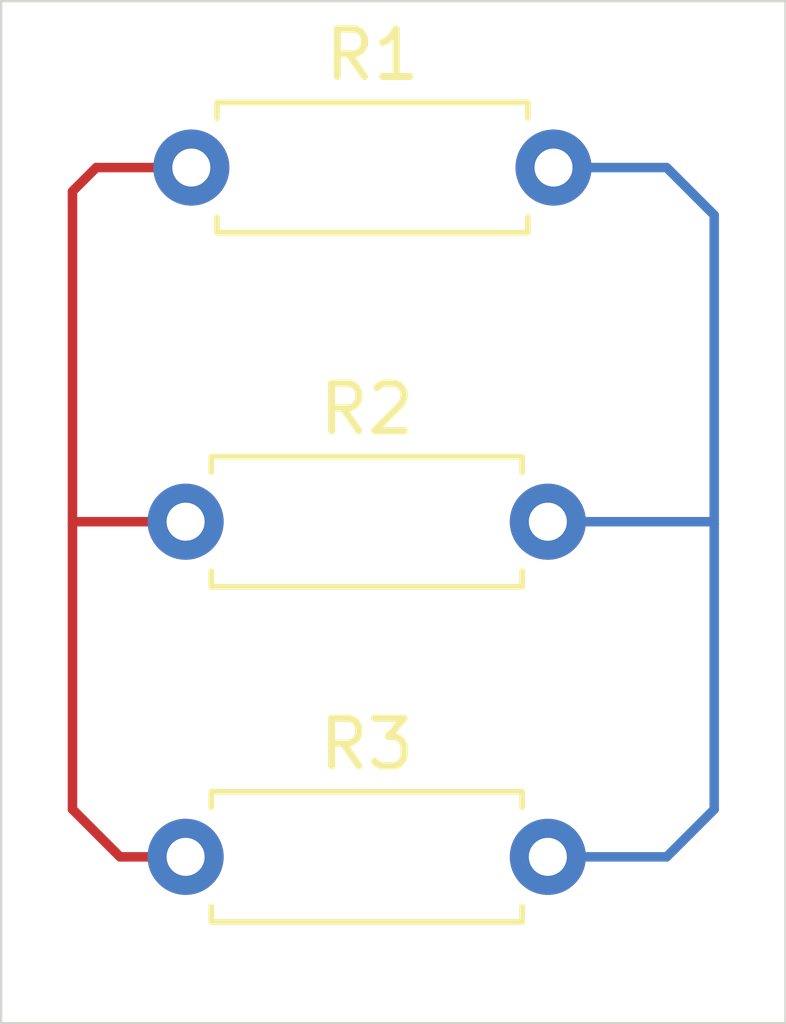
<source format=kicad_pcb>
(kicad_pcb (version 20240108) (generator "pcbnew") (generator_version "8.0")
  (title_block (title "Aula 1 - Carlos Daniel de Souza Nunes"))
  (layers (0 "F.Cu" signal) (31 "B.Cu" signal) (34 "B.Paste" user) (35 "F.Paste" user) (36 "B.SilkS" user "B.Silkscreen") (37 "F.SilkS" user "F.Silkscreen") (38 "B.Mask" user) (39 "F.Mask" user) (44 "Edge.Cuts" user))
  (net 0 "")
  (net 1 "Earth")
  (net 2 "+5V")
  (footprint "Resistor_THT:R_Axial_DIN0207_L6.3mm_D2.5mm_P7.62mm_Horizontal" (layer "F.Cu") (at 113.88 82.5)
    (property "Reference" "R3" (at 3.81 -2.37 0) (layer "F.SilkS"))
    (property "Value" "100")
    (fp_line (start 0.54 -1.37) (end 7.08 -1.37) (stroke (width 0.12)) (layer "F.SilkS"))
    (fp_line (start 0.54 -1.04) (end 0.54 -1.37) (stroke (width 0.12)) (layer "F.SilkS"))
    (fp_line (start 0.54 1.04) (end 0.54 1.37) (stroke (width 0.12)) (layer "F.SilkS"))
    (fp_line (start 0.54 1.37) (end 7.08 1.37) (stroke (width 0.12)) (layer "F.SilkS"))
    (fp_line (start 7.08 -1.37) (end 7.08 -1.04) (stroke (width 0.12)) (layer "F.SilkS"))
    (fp_line (start 7.08 1.37) (end 7.08 1.04) (stroke (width 0.12)) (layer "F.SilkS"))
    (pad "1" thru_hole circle (at 0 0) (size 1.6 1.6) (drill 0.8) (layers "*.Cu" "*.Mask") (net 2 "+5V"))
    (pad "2" thru_hole oval (at 7.62 0) (size 1.6 1.6) (drill 0.8) (layers "*.Cu" "*.Mask") (net 1 "Earth"))
  )
  (footprint "Resistor_THT:R_Axial_DIN0207_L6.3mm_D2.5mm_P7.62mm_Horizontal" (layer "F.Cu") (at 114 68)
    (property "Reference" "R1" (at 3.81 -2.37 0) (layer "F.SilkS"))
    (property "Value" "10k")
    (fp_line (start 0.54 -1.37) (end 7.08 -1.37) (stroke (width 0.12)) (layer "F.SilkS"))
    (fp_line (start 0.54 -1.04) (end 0.54 -1.37) (stroke (width 0.12)) (layer "F.SilkS"))
    (fp_line (start 0.54 1.04) (end 0.54 1.37) (stroke (width 0.12)) (layer "F.SilkS"))
    (fp_line (start 0.54 1.37) (end 7.08 1.37) (stroke (width 0.12)) (layer "F.SilkS"))
    (fp_line (start 7.08 -1.37) (end 7.08 -1.04) (stroke (width 0.12)) (layer "F.SilkS"))
    (fp_line (start 7.08 1.37) (end 7.08 1.04) (stroke (width 0.12)) (layer "F.SilkS"))
    (pad "1" thru_hole circle (at 0 0) (size 1.6 1.6) (drill 0.8) (layers "*.Cu" "*.Mask") (net 2 "+5V"))
    (pad "2" thru_hole oval (at 7.62 0) (size 1.6 1.6) (drill 0.8) (layers "*.Cu" "*.Mask") (net 1 "Earth"))
  )
  (footprint "Resistor_THT:R_Axial_DIN0207_L6.3mm_D2.5mm_P7.62mm_Horizontal" (layer "F.Cu") (at 113.88 75.45)
    (property "Reference" "R2" (at 3.81 -2.37 0) (layer "F.SilkS"))
    (property "Value" "1k")
    (fp_line (start 0.54 -1.37) (end 7.08 -1.37) (stroke (width 0.12)) (layer "F.SilkS"))
    (fp_line (start 0.54 -1.04) (end 0.54 -1.37) (stroke (width 0.12)) (layer "F.SilkS"))
    (fp_line (start 0.54 1.04) (end 0.54 1.37) (stroke (width 0.12)) (layer "F.SilkS"))
    (fp_line (start 0.54 1.37) (end 7.08 1.37) (stroke (width 0.12)) (layer "F.SilkS"))
    (fp_line (start 7.08 -1.37) (end 7.08 -1.04) (stroke (width 0.12)) (layer "F.SilkS"))
    (fp_line (start 7.08 1.37) (end 7.08 1.04) (stroke (width 0.12)) (layer "F.SilkS"))
    (pad "1" thru_hole circle (at 0 0) (size 1.6 1.6) (drill 0.8) (layers "*.Cu" "*.Mask") (net 2 "+5V"))
    (pad "2" thru_hole oval (at 7.62 0) (size 1.6 1.6) (drill 0.8) (layers "*.Cu" "*.Mask") (net 1 "Earth"))
  )
  (gr_rect (start 110 64.5) (end 126.5 86) (stroke (width 0.05)) (fill none) (layer "Edge.Cuts"))
  (segment (start 125 81.5) (end 124 82.5) (width 0.2) (layer "B.Cu") (net 1))
  (segment (start 124 68) (end 125 69) (width 0.2) (layer "B.Cu") (net 1))
  (segment (start 124 82.5) (end 121.5 82.5) (width 0.2) (layer "B.Cu") (net 1))
  (segment (start 125 69) (end 125 75.5) (width 0.2) (layer "B.Cu") (net 1))
  (segment (start 121.62 68) (end 124 68) (width 0.2) (layer "B.Cu") (net 1))
  (segment (start 121.5 75.45) (end 124.95 75.45) (width 0.2) (layer "B.Cu") (net 1))
  (segment (start 125 75.5) (end 125 81.5) (width 0.2) (layer "B.Cu") (net 1))
  (segment (start 124.95 75.45) (end 125 75.5) (width 0.2) (layer "B.Cu") (net 1))
  (segment (start 114 68) (end 112 68) (width 0.2) (layer "F.Cu") (net 2))
  (segment (start 113.88 75.45) (end 111.55 75.45) (width 0.2) (layer "F.Cu") (net 2))
  (segment (start 111.5 81.5) (end 112.5 82.5) (width 0.2) (layer "F.Cu") (net 2))
  (segment (start 111.55 75.45) (end 111.5 75.5) (width 0.2) (layer "F.Cu") (net 2))
  (segment (start 112 68) (end 111.5 68.5) (width 0.2) (layer "F.Cu") (net 2))
  (segment (start 111.5 68.5) (end 111.5 75.5) (width 0.2) (layer "F.Cu") (net 2))
  (segment (start 111.5 75.5) (end 111.5 81.5) (width 0.2) (layer "F.Cu") (net 2))
  (segment (start 112.5 82.5) (end 113.88 82.5) (width 0.2) (layer "F.Cu") (net 2))
)
</source>
